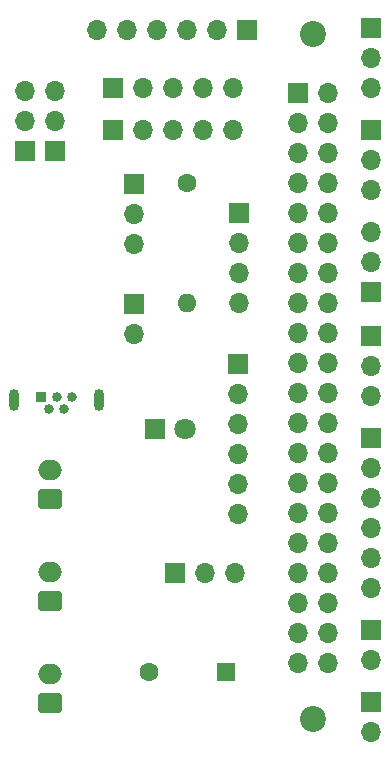
<source format=gbs>
G04 #@! TF.GenerationSoftware,KiCad,Pcbnew,8.0.8*
G04 #@! TF.CreationDate,2025-03-22T22:47:56+00:00*
G04 #@! TF.ProjectId,RPi-flex_PCB04,5250692d-666c-4657-985f-50434230342e,rev?*
G04 #@! TF.SameCoordinates,Original*
G04 #@! TF.FileFunction,Soldermask,Bot*
G04 #@! TF.FilePolarity,Negative*
%FSLAX46Y46*%
G04 Gerber Fmt 4.6, Leading zero omitted, Abs format (unit mm)*
G04 Created by KiCad (PCBNEW 8.0.8) date 2025-03-22 22:47:56*
%MOMM*%
%LPD*%
G01*
G04 APERTURE LIST*
G04 Aperture macros list*
%AMRoundRect*
0 Rectangle with rounded corners*
0 $1 Rounding radius*
0 $2 $3 $4 $5 $6 $7 $8 $9 X,Y pos of 4 corners*
0 Add a 4 corners polygon primitive as box body*
4,1,4,$2,$3,$4,$5,$6,$7,$8,$9,$2,$3,0*
0 Add four circle primitives for the rounded corners*
1,1,$1+$1,$2,$3*
1,1,$1+$1,$4,$5*
1,1,$1+$1,$6,$7*
1,1,$1+$1,$8,$9*
0 Add four rect primitives between the rounded corners*
20,1,$1+$1,$2,$3,$4,$5,0*
20,1,$1+$1,$4,$5,$6,$7,0*
20,1,$1+$1,$6,$7,$8,$9,0*
20,1,$1+$1,$8,$9,$2,$3,0*%
G04 Aperture macros list end*
%ADD10R,1.600000X1.600000*%
%ADD11C,1.600000*%
%ADD12R,1.700000X1.700000*%
%ADD13O,1.700000X1.700000*%
%ADD14RoundRect,0.250000X0.750000X-0.600000X0.750000X0.600000X-0.750000X0.600000X-0.750000X-0.600000X0*%
%ADD15O,2.000000X1.700000*%
%ADD16O,1.600000X1.600000*%
%ADD17R,0.840000X0.840000*%
%ADD18C,0.840000*%
%ADD19O,0.850000X1.850000*%
%ADD20C,2.200000*%
%ADD21R,1.800000X1.800000*%
%ADD22C,1.800000*%
G04 APERTURE END LIST*
D10*
X128270000Y-124460000D03*
D11*
X121770000Y-124460000D03*
D12*
X118745000Y-75057000D03*
D13*
X121285000Y-75057000D03*
X123825000Y-75057000D03*
X126365000Y-75057000D03*
X128905000Y-75057000D03*
D12*
X118745000Y-78613000D03*
D13*
X121285000Y-78613000D03*
X123825000Y-78613000D03*
X126365000Y-78613000D03*
X128905000Y-78613000D03*
D12*
X111252000Y-80391000D03*
D13*
X111252000Y-77851000D03*
X111252000Y-75311000D03*
D12*
X113792000Y-80391000D03*
D13*
X113792000Y-77851000D03*
X113792000Y-75311000D03*
D12*
X130048000Y-70104000D03*
D13*
X127508000Y-70104000D03*
X124968000Y-70104000D03*
X122428000Y-70104000D03*
X119888000Y-70104000D03*
X117348000Y-70104000D03*
D12*
X120523000Y-83185000D03*
D13*
X120523000Y-85725000D03*
X120523000Y-88265000D03*
D14*
X113411000Y-109855000D03*
D15*
X113411000Y-107355000D03*
D14*
X113411000Y-118491000D03*
D15*
X113411000Y-115991000D03*
D14*
X113411000Y-127127000D03*
D15*
X113411000Y-124627000D03*
D11*
X124968000Y-83058000D03*
D16*
X124968000Y-93218000D03*
D12*
X129413000Y-85598000D03*
D13*
X129413000Y-88138000D03*
X129413000Y-90678000D03*
X129413000Y-93218000D03*
D17*
X112649000Y-101219000D03*
D18*
X113299000Y-102219000D03*
X113949000Y-101219000D03*
X114599000Y-102219000D03*
X115249000Y-101219000D03*
D19*
X110374000Y-101439000D03*
X117524000Y-101439000D03*
D20*
X135636000Y-70485000D03*
X135636000Y-128485000D03*
D12*
X120523000Y-93345000D03*
D13*
X120523000Y-95885000D03*
D12*
X140589000Y-104648000D03*
D13*
X140589000Y-107188000D03*
X140589000Y-109728000D03*
X140589000Y-112268000D03*
X140589000Y-114808000D03*
X140589000Y-117348000D03*
D12*
X140589000Y-69977000D03*
D13*
X140589000Y-72517000D03*
X140589000Y-75057000D03*
D12*
X140589000Y-78613000D03*
D13*
X140589000Y-81153000D03*
X140589000Y-83693000D03*
D12*
X140589000Y-127000000D03*
D13*
X140589000Y-129540000D03*
D12*
X140589000Y-92329000D03*
D13*
X140589000Y-89789000D03*
X140589000Y-87249000D03*
D12*
X140589000Y-120904000D03*
D13*
X140589000Y-123444000D03*
D12*
X140589000Y-96012000D03*
D13*
X140589000Y-98552000D03*
X140589000Y-101092000D03*
D12*
X123952000Y-116078000D03*
D13*
X126492000Y-116078000D03*
X129032000Y-116078000D03*
D21*
X122301000Y-103886000D03*
D22*
X124841000Y-103886000D03*
D12*
X129286000Y-98425000D03*
D13*
X129286000Y-100965000D03*
X129286000Y-103505000D03*
X129286000Y-106045000D03*
X129286000Y-108585000D03*
X129286000Y-111125000D03*
D12*
X134366000Y-75438000D03*
D13*
X136906000Y-75438000D03*
X134366000Y-77978000D03*
X136906000Y-77978000D03*
X134366000Y-80518000D03*
X136906000Y-80518000D03*
X134366000Y-83058000D03*
X136906000Y-83058000D03*
X134366000Y-85598000D03*
X136906000Y-85598000D03*
X134366000Y-88138000D03*
X136906000Y-88138000D03*
X134366000Y-90678000D03*
X136906000Y-90678000D03*
X134366000Y-93218000D03*
X136906000Y-93218000D03*
X134366000Y-95758000D03*
X136906000Y-95758000D03*
X134366000Y-98298000D03*
X136906000Y-98298000D03*
X134366000Y-100838000D03*
X136906000Y-100838000D03*
X134366000Y-103378000D03*
X136906000Y-103378000D03*
X134366000Y-105918000D03*
X136906000Y-105918000D03*
X134366000Y-108458000D03*
X136906000Y-108458000D03*
X134366000Y-110998000D03*
X136906000Y-110998000D03*
X134366000Y-113538000D03*
X136906000Y-113538000D03*
X134366000Y-116078000D03*
X136906000Y-116078000D03*
X134366000Y-118618000D03*
X136906000Y-118618000D03*
X134366000Y-121158000D03*
X136906000Y-121158000D03*
X134366000Y-123698000D03*
X136906000Y-123698000D03*
M02*

</source>
